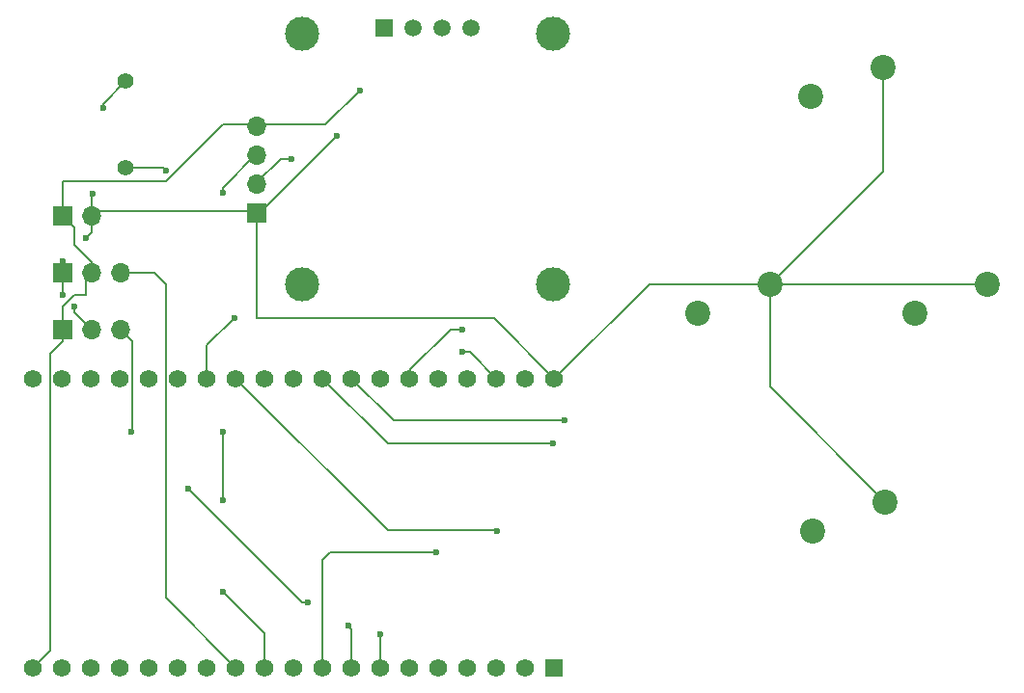
<source format=gbr>
%TF.GenerationSoftware,KiCad,Pcbnew,8.0.8*%
%TF.CreationDate,2025-07-06T22:48:51+02:00*%
%TF.ProjectId,custom locker,63757374-6f6d-4206-9c6f-636b65722e6b,rev?*%
%TF.SameCoordinates,Original*%
%TF.FileFunction,Copper,L2,Bot*%
%TF.FilePolarity,Positive*%
%FSLAX46Y46*%
G04 Gerber Fmt 4.6, Leading zero omitted, Abs format (unit mm)*
G04 Created by KiCad (PCBNEW 8.0.8) date 2025-07-06 22:48:51*
%MOMM*%
%LPD*%
G01*
G04 APERTURE LIST*
%TA.AperFunction,ComponentPad*%
%ADD10C,2.200000*%
%TD*%
%TA.AperFunction,ComponentPad*%
%ADD11R,1.508000X1.508000*%
%TD*%
%TA.AperFunction,ComponentPad*%
%ADD12C,1.508000*%
%TD*%
%TA.AperFunction,ComponentPad*%
%ADD13C,3.000000*%
%TD*%
%TA.AperFunction,ComponentPad*%
%ADD14R,1.700000X1.700000*%
%TD*%
%TA.AperFunction,ComponentPad*%
%ADD15O,1.700000X1.700000*%
%TD*%
%TA.AperFunction,ComponentPad*%
%ADD16C,1.408000*%
%TD*%
%TA.AperFunction,ComponentPad*%
%ADD17R,1.560000X1.560000*%
%TD*%
%TA.AperFunction,ComponentPad*%
%ADD18C,1.560000*%
%TD*%
%TA.AperFunction,ViaPad*%
%ADD19C,0.600000*%
%TD*%
%TA.AperFunction,Conductor*%
%ADD20C,0.200000*%
%TD*%
G04 APERTURE END LIST*
D10*
%TO.P,DOWN1,1,1*%
%TO.N,GND*%
X88106300Y-62150000D03*
%TO.P,DOWN1,2,2*%
%TO.N,SW4*%
X81756300Y-64690000D03*
%TD*%
%TO.P,UP1,1,1*%
%TO.N,GND*%
X87947500Y-24000000D03*
%TO.P,UP1,2,2*%
%TO.N,SW1*%
X81597500Y-26540000D03*
%TD*%
D11*
%TO.P,U2,1,GND*%
%TO.N,GND*%
X44190000Y-20500000D03*
D12*
%TO.P,U2,2,VCC_IN*%
%TO.N,+5V*%
X46730000Y-20500000D03*
%TO.P,U2,3,SCL*%
%TO.N,/I\u00B2C Clock*%
X49270000Y-20500000D03*
%TO.P,U2,4,SDA*%
%TO.N,/I\u00B2C Data*%
X51810000Y-20500000D03*
D13*
%TO.P,U2,S1*%
%TO.N,N/C*%
X37000000Y-21000000D03*
%TO.P,U2,S2*%
X59000000Y-21000000D03*
%TO.P,U2,S3*%
X59000000Y-43000000D03*
%TO.P,U2,S4*%
X37000000Y-43000000D03*
%TD*%
D10*
%TO.P,SELECT1,1,1*%
%TO.N,GND*%
X78000000Y-43050000D03*
%TO.P,SELECT1,2,2*%
%TO.N,SW2*%
X71650000Y-45590000D03*
%TD*%
%TO.P,CANCEL1,1,1*%
%TO.N,GND*%
X97050000Y-43050000D03*
%TO.P,CANCEL1,2,2*%
%TO.N,SW3*%
X90700000Y-45590000D03*
%TD*%
D14*
%TO.P,J2,1,Pin_1*%
%TO.N,+5V*%
X16000000Y-37000000D03*
D15*
%TO.P,J2,2,Pin_2*%
%TO.N,GND*%
X18540000Y-37000000D03*
%TD*%
D14*
%TO.P,J3,1,Pin_1*%
%TO.N,GND*%
X33000000Y-36800000D03*
D15*
%TO.P,J3,2,Pin_2*%
%TO.N,/Data*%
X33000000Y-34260000D03*
%TO.P,J3,3,Pin_3*%
%TO.N,Clock*%
X33000000Y-31720000D03*
%TO.P,J3,4,Pin_4*%
%TO.N,+5V*%
X33000000Y-29180000D03*
%TD*%
D16*
%TO.P,LS1,N*%
%TO.N,GND*%
X21500000Y-25200000D03*
%TO.P,LS1,P*%
%TO.N,Net-(U1-IO32)*%
X21500000Y-32800000D03*
%TD*%
D14*
%TO.P,J4,1,Pin_1*%
%TO.N,+5V*%
X16000000Y-47000000D03*
D15*
%TO.P,J4,2,Pin_2*%
%TO.N,GND*%
X18540000Y-47000000D03*
%TO.P,J4,3,Pin_3*%
%TO.N,Net-(J4-Pin_3)*%
X21080000Y-47000000D03*
%TD*%
D17*
%TO.P,U1,J2-1,3V3*%
%TO.N,+3.3V*%
X59100000Y-76700000D03*
D18*
%TO.P,U1,J2-2,EN*%
%TO.N,unconnected-(U1-EN-PadJ2-2)*%
X56560000Y-76700000D03*
%TO.P,U1,J2-3,SENSOR_VP*%
%TO.N,unconnected-(U1-SENSOR_VP-PadJ2-3)*%
X54020000Y-76700000D03*
%TO.P,U1,J2-4,SENSOR_VN*%
%TO.N,unconnected-(U1-SENSOR_VN-PadJ2-4)*%
X51480000Y-76700000D03*
%TO.P,U1,J2-5,IO34*%
%TO.N,unconnected-(U1-IO34-PadJ2-5)*%
X48940000Y-76700000D03*
%TO.P,U1,J2-6,IO35*%
%TO.N,unconnected-(U1-IO35-PadJ2-6)*%
X46400000Y-76700000D03*
%TO.P,U1,J2-7,IO32*%
%TO.N,Net-(U1-IO32)*%
X43860000Y-76700000D03*
%TO.P,U1,J2-8,IO33*%
%TO.N,Net-(J4-Pin_3)*%
X41320000Y-76700000D03*
%TO.P,U1,J2-9,IO25*%
%TO.N,SW1*%
X38780000Y-76700000D03*
%TO.P,U1,J2-10,IO26*%
%TO.N,unconnected-(U1-IO26-PadJ2-10)*%
X36240000Y-76700000D03*
%TO.P,U1,J2-11,IO27*%
%TO.N,Clock*%
X33700000Y-76700000D03*
%TO.P,U1,J2-12,IO14*%
%TO.N,Net-(J1-Pin_3)*%
X31160000Y-76700000D03*
%TO.P,U1,J2-13,IO12*%
%TO.N,unconnected-(U1-IO12-PadJ2-13)*%
X28620000Y-76700000D03*
%TO.P,U1,J2-14,GND1*%
%TO.N,unconnected-(U1-GND1-PadJ2-14)*%
X26080000Y-76700000D03*
%TO.P,U1,J2-15,IO13*%
%TO.N,unconnected-(U1-IO13-PadJ2-15)*%
X23540000Y-76700000D03*
%TO.P,U1,J2-16,SD2*%
%TO.N,unconnected-(U1-SD2-PadJ2-16)*%
X21000000Y-76700000D03*
%TO.P,U1,J2-17,SD3*%
%TO.N,unconnected-(U1-SD3-PadJ2-17)*%
X18460000Y-76700000D03*
%TO.P,U1,J2-18,CMD*%
%TO.N,unconnected-(U1-CMD-PadJ2-18)*%
X15920000Y-76700000D03*
%TO.P,U1,J2-19,EXT_5V*%
%TO.N,+5V*%
X13380000Y-76700000D03*
%TO.P,U1,J3-1,GND3*%
%TO.N,GND*%
X59100000Y-51300000D03*
%TO.P,U1,J3-2,IO23*%
%TO.N,unconnected-(U1-IO23-PadJ3-2)*%
X56560000Y-51300000D03*
%TO.P,U1,J3-3,IO22*%
%TO.N,/I\u00B2C Clock*%
X54020000Y-51300000D03*
%TO.P,U1,J3-4,TXD0*%
%TO.N,unconnected-(U1-TXD0-PadJ3-4)*%
X51480000Y-51300000D03*
%TO.P,U1,J3-5,RXD0*%
%TO.N,unconnected-(U1-RXD0-PadJ3-5)*%
X48940000Y-51300000D03*
%TO.P,U1,J3-6,IO21*%
%TO.N,/I\u00B2C Data*%
X46400000Y-51300000D03*
%TO.P,U1,J3-7,GND2*%
%TO.N,unconnected-(U1-GND2-PadJ3-7)*%
X43860000Y-51300000D03*
%TO.P,U1,J3-8,IO19*%
%TO.N,SW3*%
X41320000Y-51300000D03*
%TO.P,U1,J3-9,IO18*%
%TO.N,SW2*%
X38780000Y-51300000D03*
%TO.P,U1,J3-10,IO5*%
%TO.N,unconnected-(U1-IO5-PadJ3-10)*%
X36240000Y-51300000D03*
%TO.P,U1,J3-11,IO17*%
%TO.N,unconnected-(U1-IO17-PadJ3-11)*%
X33700000Y-51300000D03*
%TO.P,U1,J3-12,IO16*%
%TO.N,SW4*%
X31160000Y-51300000D03*
%TO.P,U1,J3-13,IO4*%
%TO.N,/Data*%
X28620000Y-51300000D03*
%TO.P,U1,J3-14,IO0*%
%TO.N,unconnected-(U1-IO0-PadJ3-14)*%
X26080000Y-51300000D03*
%TO.P,U1,J3-15,IO2*%
%TO.N,unconnected-(U1-IO2-PadJ3-15)*%
X23540000Y-51300000D03*
%TO.P,U1,J3-16,IO15*%
%TO.N,unconnected-(U1-IO15-PadJ3-16)*%
X21000000Y-51300000D03*
%TO.P,U1,J3-17,SD1*%
%TO.N,unconnected-(U1-SD1-PadJ3-17)*%
X18460000Y-51300000D03*
%TO.P,U1,J3-18,SD0*%
%TO.N,unconnected-(U1-SD0-PadJ3-18)*%
X15920000Y-51300000D03*
%TO.P,U1,J3-19,CLK*%
%TO.N,unconnected-(U1-CLK-PadJ3-19)*%
X13380000Y-51300000D03*
%TD*%
D14*
%TO.P,J1,1,Pin_1*%
%TO.N,GND*%
X16000000Y-42000000D03*
D15*
%TO.P,J1,2,Pin_2*%
%TO.N,+5V*%
X18540000Y-42000000D03*
%TO.P,J1,3,Pin_3*%
%TO.N,Net-(J1-Pin_3)*%
X21080000Y-42000000D03*
%TD*%
D19*
%TO.N,GND*%
X40000000Y-30000000D03*
X17000000Y-45000000D03*
X18575000Y-35050000D03*
X16000000Y-41000000D03*
X16000000Y-44000000D03*
X18000000Y-39000000D03*
X19500000Y-27500000D03*
%TO.N,SW4*%
X54050000Y-64700000D03*
%TO.N,+5V*%
X42000000Y-26000000D03*
%TO.N,Clock*%
X30000000Y-62000000D03*
X30000000Y-70000000D03*
X30000000Y-35000000D03*
X30000000Y-56000000D03*
%TO.N,/Data*%
X36000000Y-32000000D03*
X31000000Y-46000000D03*
%TO.N,Net-(U1-IO32)*%
X25000000Y-33000000D03*
X43860000Y-73775000D03*
%TO.N,SW1*%
X48725000Y-66575000D03*
%TO.N,SW2*%
X59000000Y-57000000D03*
%TO.N,SW3*%
X60000000Y-55000000D03*
%TO.N,/I\u00B2C Clock*%
X51000000Y-49000000D03*
%TO.N,/I\u00B2C Data*%
X51000000Y-47000000D03*
%TO.N,Net-(J4-Pin_3)*%
X37500000Y-71000000D03*
X41000000Y-73000000D03*
X22000000Y-56000000D03*
X27000000Y-61000000D03*
%TD*%
D20*
%TO.N,GND*%
X59100000Y-51300000D02*
X67400000Y-43000000D01*
X67400000Y-43000000D02*
X68000000Y-43000000D01*
X59100000Y-51300000D02*
X53800000Y-46000000D01*
X19500000Y-27500000D02*
X19500000Y-27200000D01*
X33000000Y-36620000D02*
X18920000Y-36620000D01*
X18540000Y-37000000D02*
X18540000Y-38460000D01*
X17000000Y-45000000D02*
X17000000Y-45460000D01*
X33380000Y-36620000D02*
X40000000Y-30000000D01*
X18920000Y-36620000D02*
X18540000Y-37000000D01*
X78000000Y-43050000D02*
X97050000Y-43050000D01*
X53800000Y-46000000D02*
X33000000Y-46000000D01*
X33000000Y-46000000D02*
X33000000Y-36620000D01*
X78000000Y-43050000D02*
X87947500Y-33102500D01*
X78000000Y-52043700D02*
X88106300Y-62150000D01*
X18540000Y-37000000D02*
X18540000Y-35085000D01*
X33000000Y-36620000D02*
X33380000Y-36620000D01*
X87947500Y-33102500D02*
X87947500Y-24000000D01*
X17000000Y-45460000D02*
X18540000Y-47000000D01*
X16000000Y-41000000D02*
X16000000Y-42000000D01*
X18540000Y-38460000D02*
X18000000Y-39000000D01*
X68050000Y-43050000D02*
X78000000Y-43050000D01*
X18540000Y-35085000D02*
X18575000Y-35050000D01*
X78000000Y-43050000D02*
X78000000Y-52043700D01*
X16000000Y-42000000D02*
X16000000Y-44000000D01*
X19500000Y-27200000D02*
X21500000Y-25200000D01*
X68000000Y-43000000D02*
X68050000Y-43050000D01*
%TO.N,Net-(J1-Pin_3)*%
X25000000Y-70540000D02*
X31160000Y-76700000D01*
X24000000Y-42000000D02*
X25000000Y-43000000D01*
X25000000Y-43000000D02*
X25000000Y-70540000D01*
X21080000Y-42000000D02*
X24000000Y-42000000D01*
%TO.N,SW4*%
X54050000Y-64700000D02*
X54000000Y-64650000D01*
X54000000Y-64650000D02*
X44510000Y-64650000D01*
X44510000Y-64650000D02*
X31160000Y-51300000D01*
%TO.N,+5V*%
X33000000Y-29000000D02*
X39000000Y-29000000D01*
X14840000Y-49160000D02*
X16000000Y-48000000D01*
X30000000Y-29000000D02*
X33000000Y-29000000D01*
X18000000Y-44000000D02*
X18000000Y-42540000D01*
X16000000Y-37000000D02*
X16000000Y-34000000D01*
X14840000Y-75240000D02*
X14840000Y-49160000D01*
X17000000Y-38000000D02*
X16000000Y-37000000D01*
X16000000Y-34000000D02*
X25000000Y-34000000D01*
X13380000Y-76700000D02*
X14840000Y-75240000D01*
X18540000Y-42000000D02*
X18540000Y-41080000D01*
X16000000Y-47000000D02*
X16000000Y-45000000D01*
X17000000Y-39540000D02*
X17000000Y-38000000D01*
X25000000Y-34000000D02*
X30000000Y-29000000D01*
X16000000Y-48000000D02*
X16000000Y-47000000D01*
X18540000Y-41080000D02*
X17000000Y-39540000D01*
X18000000Y-42540000D02*
X18540000Y-42000000D01*
X39000000Y-29000000D02*
X42000000Y-26000000D01*
X16000000Y-45000000D02*
X17000000Y-44000000D01*
X17000000Y-44000000D02*
X18000000Y-44000000D01*
%TO.N,Clock*%
X30000000Y-70000000D02*
X33700000Y-73700000D01*
X33700000Y-73700000D02*
X33700000Y-76700000D01*
X30000000Y-34540000D02*
X30000000Y-35000000D01*
X33000000Y-31540000D02*
X30000000Y-34540000D01*
X30000000Y-56000000D02*
X30000000Y-62000000D01*
%TO.N,/Data*%
X35080000Y-32000000D02*
X36000000Y-32000000D01*
X28620000Y-48380000D02*
X28620000Y-51300000D01*
X33000000Y-34080000D02*
X35080000Y-32000000D01*
X31000000Y-46000000D02*
X28620000Y-48380000D01*
%TO.N,Net-(U1-IO32)*%
X25000000Y-33000000D02*
X24800000Y-32800000D01*
X43860000Y-73775000D02*
X43860000Y-76700000D01*
X24800000Y-32800000D02*
X21500000Y-32800000D01*
%TO.N,SW1*%
X48725000Y-66575000D02*
X39425000Y-66575000D01*
X39425000Y-66575000D02*
X38780000Y-67220000D01*
X48725000Y-66575000D02*
X48725000Y-66755000D01*
X38780000Y-67220000D02*
X38780000Y-76700000D01*
%TO.N,SW2*%
X44480000Y-57000000D02*
X38780000Y-51300000D01*
X59000000Y-57000000D02*
X44480000Y-57000000D01*
%TO.N,SW3*%
X45020000Y-55000000D02*
X41320000Y-51300000D01*
X60000000Y-55000000D02*
X45020000Y-55000000D01*
%TO.N,/I\u00B2C Clock*%
X51720000Y-49000000D02*
X54020000Y-51300000D01*
X51000000Y-49000000D02*
X51720000Y-49000000D01*
%TO.N,/I\u00B2C Data*%
X46400000Y-50600000D02*
X46400000Y-51300000D01*
X50000000Y-47000000D02*
X46400000Y-50600000D01*
X51000000Y-47000000D02*
X50000000Y-47000000D01*
%TO.N,Net-(J4-Pin_3)*%
X37000000Y-71000000D02*
X37500000Y-71000000D01*
X27000000Y-61000000D02*
X37000000Y-71000000D01*
X41000000Y-73000000D02*
X41320000Y-73320000D01*
X21080000Y-47000000D02*
X22080000Y-48000000D01*
X22080000Y-55920000D02*
X22000000Y-56000000D01*
X22080000Y-48000000D02*
X22080000Y-55920000D01*
X41320000Y-73320000D02*
X41320000Y-76700000D01*
%TD*%
M02*

</source>
